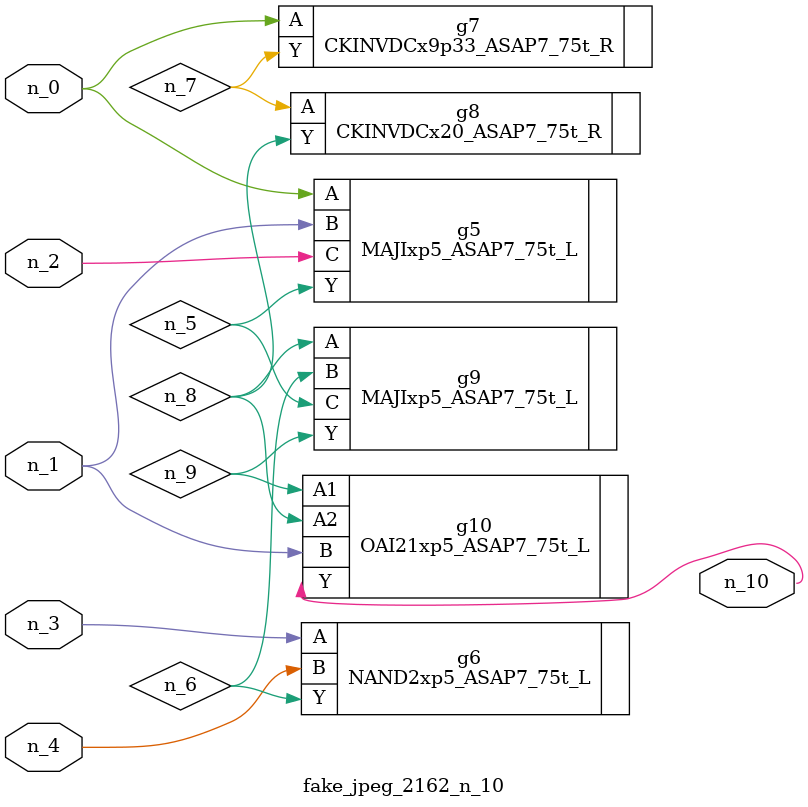
<source format=v>
module fake_jpeg_2162_n_10 (n_3, n_2, n_1, n_0, n_4, n_10);

input n_3;
input n_2;
input n_1;
input n_0;
input n_4;

output n_10;

wire n_8;
wire n_9;
wire n_6;
wire n_5;
wire n_7;

MAJIxp5_ASAP7_75t_L g5 ( 
.A(n_0),
.B(n_1),
.C(n_2),
.Y(n_5)
);

NAND2xp5_ASAP7_75t_L g6 ( 
.A(n_3),
.B(n_4),
.Y(n_6)
);

CKINVDCx9p33_ASAP7_75t_R g7 ( 
.A(n_0),
.Y(n_7)
);

CKINVDCx20_ASAP7_75t_R g8 ( 
.A(n_7),
.Y(n_8)
);

MAJIxp5_ASAP7_75t_L g9 ( 
.A(n_8),
.B(n_6),
.C(n_5),
.Y(n_9)
);

OAI21xp5_ASAP7_75t_L g10 ( 
.A1(n_9),
.A2(n_8),
.B(n_1),
.Y(n_10)
);


endmodule
</source>
